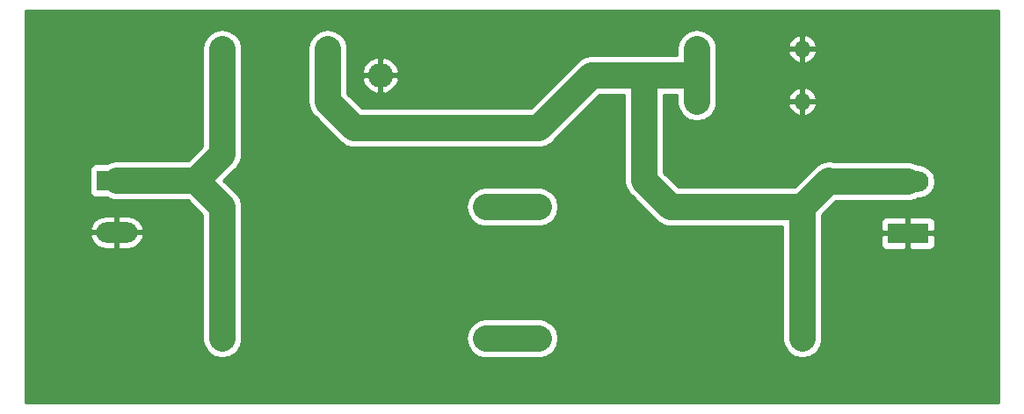
<source format=gbr>
G04 #@! TF.GenerationSoftware,KiCad,Pcbnew,(5.0.0)*
G04 #@! TF.CreationDate,2018-09-29T19:01:10+02:00*
G04 #@! TF.ProjectId,16db attenuator,3136646220617474656E7561746F722E,rev?*
G04 #@! TF.SameCoordinates,Original*
G04 #@! TF.FileFunction,Copper,L2,Bot,Signal*
G04 #@! TF.FilePolarity,Positive*
%FSLAX46Y46*%
G04 Gerber Fmt 4.6, Leading zero omitted, Abs format (unit mm)*
G04 Created by KiCad (PCBNEW (5.0.0)) date 09/29/18 19:01:10*
%MOMM*%
%LPD*%
G01*
G04 APERTURE LIST*
G04 #@! TA.AperFunction,ComponentPad*
%ADD10R,3.960000X1.980000*%
G04 #@! TD*
G04 #@! TA.AperFunction,ComponentPad*
%ADD11O,3.960000X1.980000*%
G04 #@! TD*
G04 #@! TA.AperFunction,ComponentPad*
%ADD12O,2.400000X2.400000*%
G04 #@! TD*
G04 #@! TA.AperFunction,ComponentPad*
%ADD13C,2.400000*%
G04 #@! TD*
G04 #@! TA.AperFunction,ComponentPad*
%ADD14O,1.600000X1.600000*%
G04 #@! TD*
G04 #@! TA.AperFunction,ComponentPad*
%ADD15C,1.600000*%
G04 #@! TD*
G04 #@! TA.AperFunction,Conductor*
%ADD16C,2.500000*%
G04 #@! TD*
G04 #@! TA.AperFunction,Conductor*
%ADD17C,0.254000*%
G04 #@! TD*
G04 APERTURE END LIST*
D10*
G04 #@! TO.P,J1,1*
G04 #@! TO.N,/INPUT*
X115570000Y-100330000D03*
D11*
G04 #@! TO.P,J1,2*
G04 #@! TO.N,GND*
X115570000Y-105330000D03*
G04 #@! TD*
G04 #@! TO.P,J2,2*
G04 #@! TO.N,/OUTPUT*
X191770000Y-100410000D03*
D10*
G04 #@! TO.P,J2,1*
G04 #@! TO.N,GND*
X191770000Y-105410000D03*
G04 #@! TD*
D12*
G04 #@! TO.P,R1,2*
G04 #@! TO.N,/INPUT*
X125730000Y-115570000D03*
D13*
G04 #@! TO.P,R1,1*
G04 #@! TO.N,Net-(R1-Pad1)*
X151130000Y-115570000D03*
G04 #@! TD*
G04 #@! TO.P,R2,1*
G04 #@! TO.N,/OUTPUT*
X181610000Y-115570000D03*
D12*
G04 #@! TO.P,R2,2*
G04 #@! TO.N,Net-(R1-Pad1)*
X156210000Y-115570000D03*
G04 #@! TD*
G04 #@! TO.P,R3,2*
G04 #@! TO.N,/INPUT*
X125730000Y-102870000D03*
D13*
G04 #@! TO.P,R3,1*
G04 #@! TO.N,Net-(R3-Pad1)*
X151130000Y-102870000D03*
G04 #@! TD*
G04 #@! TO.P,R4,1*
G04 #@! TO.N,/OUTPUT*
X181610000Y-102870000D03*
D12*
G04 #@! TO.P,R4,2*
G04 #@! TO.N,Net-(R3-Pad1)*
X156210000Y-102870000D03*
G04 #@! TD*
D14*
G04 #@! TO.P,R5,2*
G04 #@! TO.N,/INPUT*
X125730000Y-92710000D03*
D15*
G04 #@! TO.P,R5,1*
G04 #@! TO.N,/OUTPUT*
X135890000Y-92710000D03*
G04 #@! TD*
G04 #@! TO.P,R6,1*
G04 #@! TO.N,/OUTPUT*
X135890000Y-87630000D03*
D14*
G04 #@! TO.P,R6,2*
G04 #@! TO.N,/INPUT*
X125730000Y-87630000D03*
G04 #@! TD*
D12*
G04 #@! TO.P,R10,2*
G04 #@! TO.N,GND*
X140970000Y-90170000D03*
D13*
G04 #@! TO.P,R10,1*
G04 #@! TO.N,/OUTPUT*
X166370000Y-90170000D03*
G04 #@! TD*
D15*
G04 #@! TO.P,R11,1*
G04 #@! TO.N,/OUTPUT*
X171450000Y-92710000D03*
D14*
G04 #@! TO.P,R11,2*
G04 #@! TO.N,GND*
X181610000Y-92710000D03*
G04 #@! TD*
G04 #@! TO.P,R12,2*
G04 #@! TO.N,GND*
X181610000Y-87630000D03*
D15*
G04 #@! TO.P,R12,1*
G04 #@! TO.N,/OUTPUT*
X171450000Y-87630000D03*
G04 #@! TD*
D16*
G04 #@! TO.N,/INPUT*
X123190000Y-100330000D02*
X115570000Y-100330000D01*
X125730000Y-102870000D02*
X123190000Y-100330000D01*
X125730000Y-102870000D02*
X125730000Y-115570000D01*
X125730000Y-87630000D02*
X125730000Y-92710000D01*
X125730000Y-97790000D02*
X123190000Y-100330000D01*
X125730000Y-92710000D02*
X125730000Y-97790000D01*
G04 #@! TO.N,/OUTPUT*
X181610000Y-102870000D02*
X184150000Y-100330000D01*
X184230000Y-100410000D02*
X191770000Y-100410000D01*
X184150000Y-100330000D02*
X184230000Y-100410000D01*
X181610000Y-102870000D02*
X181610000Y-115570000D01*
X181610000Y-102870000D02*
X168910000Y-102870000D01*
X168910000Y-102870000D02*
X166370000Y-100330000D01*
X166370000Y-100330000D02*
X166370000Y-90170000D01*
X135890000Y-87630000D02*
X135890000Y-92710000D01*
X135890000Y-92710000D02*
X138430000Y-95250000D01*
X138430000Y-95250000D02*
X156210000Y-95250000D01*
X161290000Y-90170000D02*
X166370000Y-90170000D01*
X156210000Y-95250000D02*
X161290000Y-90170000D01*
X166370000Y-90170000D02*
X171450000Y-90170000D01*
X171450000Y-92710000D02*
X171450000Y-90170000D01*
X171450000Y-90170000D02*
X171450000Y-87630000D01*
G04 #@! TO.N,Net-(R1-Pad1)*
X151130000Y-115570000D02*
X156210000Y-115570000D01*
G04 #@! TO.N,Net-(R3-Pad1)*
X151130000Y-102870000D02*
X156210000Y-102870000D01*
G04 #@! TD*
D17*
G04 #@! TO.N,GND*
G36*
X200533000Y-121793000D02*
X106807000Y-121793000D01*
X106807000Y-105708865D01*
X112999782Y-105708865D01*
X113030095Y-105834528D01*
X113341149Y-106389246D01*
X113840807Y-106782703D01*
X114453000Y-106955000D01*
X115443000Y-106955000D01*
X115443000Y-105457000D01*
X115697000Y-105457000D01*
X115697000Y-106955000D01*
X116687000Y-106955000D01*
X117299193Y-106782703D01*
X117798851Y-106389246D01*
X118109905Y-105834528D01*
X118140218Y-105708865D01*
X118020740Y-105457000D01*
X115697000Y-105457000D01*
X115443000Y-105457000D01*
X113119260Y-105457000D01*
X112999782Y-105708865D01*
X106807000Y-105708865D01*
X106807000Y-104951135D01*
X112999782Y-104951135D01*
X113119260Y-105203000D01*
X115443000Y-105203000D01*
X115443000Y-103705000D01*
X115697000Y-103705000D01*
X115697000Y-105203000D01*
X118020740Y-105203000D01*
X118140218Y-104951135D01*
X118109905Y-104825472D01*
X117798851Y-104270754D01*
X117299193Y-103877297D01*
X116687000Y-103705000D01*
X115697000Y-103705000D01*
X115443000Y-103705000D01*
X114453000Y-103705000D01*
X113840807Y-103877297D01*
X113341149Y-104270754D01*
X113030095Y-104825472D01*
X112999782Y-104951135D01*
X106807000Y-104951135D01*
X106807000Y-99340000D01*
X112942560Y-99340000D01*
X112942560Y-101320000D01*
X112991843Y-101567765D01*
X113132191Y-101777809D01*
X113342235Y-101918157D01*
X113590000Y-101967440D01*
X114627693Y-101967440D01*
X114834510Y-102105631D01*
X115384345Y-102215000D01*
X122409208Y-102215000D01*
X123845000Y-103650792D01*
X123845001Y-115755655D01*
X123954370Y-116305490D01*
X124370992Y-116929009D01*
X124994511Y-117345631D01*
X125730000Y-117491929D01*
X126465490Y-117345631D01*
X127089009Y-116929009D01*
X127505631Y-116305490D01*
X127615000Y-115755655D01*
X127615000Y-115570000D01*
X149208071Y-115570000D01*
X149354369Y-116305490D01*
X149770991Y-116929009D01*
X150394510Y-117345631D01*
X150944345Y-117455000D01*
X156395655Y-117455000D01*
X156945490Y-117345631D01*
X157569009Y-116929009D01*
X157985631Y-116305490D01*
X158131929Y-115570000D01*
X157985631Y-114834510D01*
X157569009Y-114210991D01*
X156945490Y-113794369D01*
X156395655Y-113685000D01*
X150944345Y-113685000D01*
X150394510Y-113794369D01*
X149770991Y-114210991D01*
X149354369Y-114834510D01*
X149208071Y-115570000D01*
X127615000Y-115570000D01*
X127615000Y-103055649D01*
X127651927Y-102870000D01*
X149208071Y-102870000D01*
X149354369Y-103605490D01*
X149770991Y-104229009D01*
X150394510Y-104645631D01*
X150944345Y-104755000D01*
X156395655Y-104755000D01*
X156945490Y-104645631D01*
X157569009Y-104229009D01*
X157985631Y-103605490D01*
X158131929Y-102870000D01*
X157985631Y-102134510D01*
X157569009Y-101510991D01*
X156945490Y-101094369D01*
X156395655Y-100985000D01*
X150944345Y-100985000D01*
X150394510Y-101094369D01*
X149770991Y-101510991D01*
X149354369Y-102134510D01*
X149208071Y-102870000D01*
X127651927Y-102870000D01*
X127651928Y-102869999D01*
X127615000Y-102684349D01*
X127615000Y-102684345D01*
X127505631Y-102134510D01*
X127089009Y-101510991D01*
X126931618Y-101405826D01*
X125855792Y-100330000D01*
X126931617Y-99254175D01*
X127089009Y-99149009D01*
X127395698Y-98690016D01*
X127505630Y-98525492D01*
X127505630Y-98525491D01*
X127505631Y-98525490D01*
X127615000Y-97975655D01*
X127615000Y-97975651D01*
X127651928Y-97790001D01*
X127615000Y-97604351D01*
X127615000Y-92710000D01*
X133968072Y-92710000D01*
X134114370Y-93445490D01*
X134425826Y-93911618D01*
X134425828Y-93911620D01*
X134530992Y-94069009D01*
X134688381Y-94174173D01*
X136965825Y-96451617D01*
X137070991Y-96609009D01*
X137228382Y-96714174D01*
X137694508Y-97025630D01*
X137694509Y-97025630D01*
X137694510Y-97025631D01*
X138244345Y-97135000D01*
X138244349Y-97135000D01*
X138429999Y-97171928D01*
X138615649Y-97135000D01*
X156024350Y-97135000D01*
X156210000Y-97171928D01*
X156395650Y-97135000D01*
X156395655Y-97135000D01*
X156945490Y-97025631D01*
X157569009Y-96609009D01*
X157674175Y-96451617D01*
X162070793Y-92055000D01*
X164485001Y-92055000D01*
X164485000Y-100144350D01*
X164448072Y-100330000D01*
X164485000Y-100515650D01*
X164485000Y-100515654D01*
X164594369Y-101065489D01*
X165010991Y-101689009D01*
X165168382Y-101794174D01*
X167445825Y-104071617D01*
X167550991Y-104229009D01*
X168009984Y-104535698D01*
X168174508Y-104645630D01*
X168174509Y-104645630D01*
X168174510Y-104645631D01*
X168724345Y-104755000D01*
X168724349Y-104755000D01*
X168909999Y-104791928D01*
X169095649Y-104755000D01*
X179725000Y-104755000D01*
X179725001Y-115755655D01*
X179834370Y-116305490D01*
X180250992Y-116929009D01*
X180874511Y-117345631D01*
X181610000Y-117491929D01*
X182345490Y-117345631D01*
X182969009Y-116929009D01*
X183385631Y-116305490D01*
X183495000Y-115755655D01*
X183495000Y-105695750D01*
X189155000Y-105695750D01*
X189155000Y-106526309D01*
X189251673Y-106759698D01*
X189430301Y-106938327D01*
X189663690Y-107035000D01*
X191484250Y-107035000D01*
X191643000Y-106876250D01*
X191643000Y-105537000D01*
X191897000Y-105537000D01*
X191897000Y-106876250D01*
X192055750Y-107035000D01*
X193876310Y-107035000D01*
X194109699Y-106938327D01*
X194288327Y-106759698D01*
X194385000Y-106526309D01*
X194385000Y-105695750D01*
X194226250Y-105537000D01*
X191897000Y-105537000D01*
X191643000Y-105537000D01*
X189313750Y-105537000D01*
X189155000Y-105695750D01*
X183495000Y-105695750D01*
X183495000Y-104293691D01*
X189155000Y-104293691D01*
X189155000Y-105124250D01*
X189313750Y-105283000D01*
X191643000Y-105283000D01*
X191643000Y-103943750D01*
X191897000Y-103943750D01*
X191897000Y-105283000D01*
X194226250Y-105283000D01*
X194385000Y-105124250D01*
X194385000Y-104293691D01*
X194288327Y-104060302D01*
X194109699Y-103881673D01*
X193876310Y-103785000D01*
X192055750Y-103785000D01*
X191897000Y-103943750D01*
X191643000Y-103943750D01*
X191484250Y-103785000D01*
X189663690Y-103785000D01*
X189430301Y-103881673D01*
X189251673Y-104060302D01*
X189155000Y-104293691D01*
X183495000Y-104293691D01*
X183495000Y-103650792D01*
X184850792Y-102295000D01*
X191955655Y-102295000D01*
X192505490Y-102185631D01*
X192730925Y-102035000D01*
X192920045Y-102035000D01*
X193394043Y-101940716D01*
X193931559Y-101581559D01*
X194290716Y-101044043D01*
X194416835Y-100410000D01*
X194290716Y-99775957D01*
X193931559Y-99238441D01*
X193394043Y-98879284D01*
X192920045Y-98785000D01*
X192730925Y-98785000D01*
X192505490Y-98634369D01*
X191955655Y-98525000D01*
X184737837Y-98525000D01*
X184150000Y-98408072D01*
X184149999Y-98408072D01*
X183414508Y-98554370D01*
X183133936Y-98741843D01*
X182790991Y-98970991D01*
X182685826Y-99128382D01*
X180829208Y-100985000D01*
X169690792Y-100985000D01*
X168255000Y-99549208D01*
X168255000Y-92055000D01*
X169565000Y-92055000D01*
X169565000Y-92895654D01*
X169674369Y-93445489D01*
X170090991Y-94069009D01*
X170714510Y-94485631D01*
X171450000Y-94631929D01*
X172185489Y-94485631D01*
X172809009Y-94069009D01*
X173225631Y-93445490D01*
X173302500Y-93059039D01*
X180218096Y-93059039D01*
X180378959Y-93447423D01*
X180754866Y-93862389D01*
X181260959Y-94101914D01*
X181483000Y-93980629D01*
X181483000Y-92837000D01*
X181737000Y-92837000D01*
X181737000Y-93980629D01*
X181959041Y-94101914D01*
X182465134Y-93862389D01*
X182841041Y-93447423D01*
X183001904Y-93059039D01*
X182879915Y-92837000D01*
X181737000Y-92837000D01*
X181483000Y-92837000D01*
X180340085Y-92837000D01*
X180218096Y-93059039D01*
X173302500Y-93059039D01*
X173335000Y-92895655D01*
X173335000Y-92360961D01*
X180218096Y-92360961D01*
X180340085Y-92583000D01*
X181483000Y-92583000D01*
X181483000Y-91439371D01*
X181737000Y-91439371D01*
X181737000Y-92583000D01*
X182879915Y-92583000D01*
X183001904Y-92360961D01*
X182841041Y-91972577D01*
X182465134Y-91557611D01*
X181959041Y-91318086D01*
X181737000Y-91439371D01*
X181483000Y-91439371D01*
X181260959Y-91318086D01*
X180754866Y-91557611D01*
X180378959Y-91972577D01*
X180218096Y-92360961D01*
X173335000Y-92360961D01*
X173335000Y-90355654D01*
X173371929Y-90170000D01*
X173335000Y-89984345D01*
X173335000Y-87979039D01*
X180218096Y-87979039D01*
X180378959Y-88367423D01*
X180754866Y-88782389D01*
X181260959Y-89021914D01*
X181483000Y-88900629D01*
X181483000Y-87757000D01*
X181737000Y-87757000D01*
X181737000Y-88900629D01*
X181959041Y-89021914D01*
X182465134Y-88782389D01*
X182841041Y-88367423D01*
X183001904Y-87979039D01*
X182879915Y-87757000D01*
X181737000Y-87757000D01*
X181483000Y-87757000D01*
X180340085Y-87757000D01*
X180218096Y-87979039D01*
X173335000Y-87979039D01*
X173335000Y-87444345D01*
X173302501Y-87280961D01*
X180218096Y-87280961D01*
X180340085Y-87503000D01*
X181483000Y-87503000D01*
X181483000Y-86359371D01*
X181737000Y-86359371D01*
X181737000Y-87503000D01*
X182879915Y-87503000D01*
X183001904Y-87280961D01*
X182841041Y-86892577D01*
X182465134Y-86477611D01*
X181959041Y-86238086D01*
X181737000Y-86359371D01*
X181483000Y-86359371D01*
X181260959Y-86238086D01*
X180754866Y-86477611D01*
X180378959Y-86892577D01*
X180218096Y-87280961D01*
X173302501Y-87280961D01*
X173225631Y-86894510D01*
X172809009Y-86270991D01*
X172185490Y-85854369D01*
X171450000Y-85708071D01*
X170714511Y-85854369D01*
X170090992Y-86270991D01*
X169674370Y-86894510D01*
X169565001Y-87444345D01*
X169565001Y-88285000D01*
X166555655Y-88285000D01*
X166370000Y-88248071D01*
X166184346Y-88285000D01*
X161475653Y-88285000D01*
X161290000Y-88248071D01*
X161104346Y-88285000D01*
X161104345Y-88285000D01*
X160554510Y-88394369D01*
X160554508Y-88394370D01*
X160554509Y-88394370D01*
X160088381Y-88705826D01*
X160088380Y-88705827D01*
X159930991Y-88810991D01*
X159825827Y-88968380D01*
X155429208Y-93365000D01*
X139210792Y-93365000D01*
X137775000Y-91929208D01*
X137775000Y-90581805D01*
X139181805Y-90581805D01*
X139414358Y-91143258D01*
X139905224Y-91664492D01*
X140558193Y-91958203D01*
X140843000Y-91841858D01*
X140843000Y-90297000D01*
X141097000Y-90297000D01*
X141097000Y-91841858D01*
X141381807Y-91958203D01*
X142034776Y-91664492D01*
X142525642Y-91143258D01*
X142758195Y-90581805D01*
X142641432Y-90297000D01*
X141097000Y-90297000D01*
X140843000Y-90297000D01*
X139298568Y-90297000D01*
X139181805Y-90581805D01*
X137775000Y-90581805D01*
X137775000Y-89758195D01*
X139181805Y-89758195D01*
X139298568Y-90043000D01*
X140843000Y-90043000D01*
X140843000Y-88498142D01*
X141097000Y-88498142D01*
X141097000Y-90043000D01*
X142641432Y-90043000D01*
X142758195Y-89758195D01*
X142525642Y-89196742D01*
X142034776Y-88675508D01*
X141381807Y-88381797D01*
X141097000Y-88498142D01*
X140843000Y-88498142D01*
X140558193Y-88381797D01*
X139905224Y-88675508D01*
X139414358Y-89196742D01*
X139181805Y-89758195D01*
X137775000Y-89758195D01*
X137775000Y-87444345D01*
X137665631Y-86894510D01*
X137249009Y-86270991D01*
X136625489Y-85854369D01*
X135890000Y-85708071D01*
X135154510Y-85854369D01*
X134530991Y-86270991D01*
X134114369Y-86894511D01*
X134005000Y-87444346D01*
X134005001Y-92524345D01*
X133968072Y-92710000D01*
X127615000Y-92710000D01*
X127615000Y-87444345D01*
X127505631Y-86894510D01*
X127089009Y-86270991D01*
X126465489Y-85854369D01*
X125730000Y-85708071D01*
X124994510Y-85854369D01*
X124370991Y-86270991D01*
X123954369Y-86894511D01*
X123845000Y-87444346D01*
X123845001Y-92524341D01*
X123845000Y-92524346D01*
X123845001Y-97009207D01*
X122409208Y-98445000D01*
X115384345Y-98445000D01*
X114834510Y-98554369D01*
X114627693Y-98692560D01*
X113590000Y-98692560D01*
X113342235Y-98741843D01*
X113132191Y-98882191D01*
X112991843Y-99092235D01*
X112942560Y-99340000D01*
X106807000Y-99340000D01*
X106807000Y-83947000D01*
X200533000Y-83947000D01*
X200533000Y-121793000D01*
X200533000Y-121793000D01*
G37*
X200533000Y-121793000D02*
X106807000Y-121793000D01*
X106807000Y-105708865D01*
X112999782Y-105708865D01*
X113030095Y-105834528D01*
X113341149Y-106389246D01*
X113840807Y-106782703D01*
X114453000Y-106955000D01*
X115443000Y-106955000D01*
X115443000Y-105457000D01*
X115697000Y-105457000D01*
X115697000Y-106955000D01*
X116687000Y-106955000D01*
X117299193Y-106782703D01*
X117798851Y-106389246D01*
X118109905Y-105834528D01*
X118140218Y-105708865D01*
X118020740Y-105457000D01*
X115697000Y-105457000D01*
X115443000Y-105457000D01*
X113119260Y-105457000D01*
X112999782Y-105708865D01*
X106807000Y-105708865D01*
X106807000Y-104951135D01*
X112999782Y-104951135D01*
X113119260Y-105203000D01*
X115443000Y-105203000D01*
X115443000Y-103705000D01*
X115697000Y-103705000D01*
X115697000Y-105203000D01*
X118020740Y-105203000D01*
X118140218Y-104951135D01*
X118109905Y-104825472D01*
X117798851Y-104270754D01*
X117299193Y-103877297D01*
X116687000Y-103705000D01*
X115697000Y-103705000D01*
X115443000Y-103705000D01*
X114453000Y-103705000D01*
X113840807Y-103877297D01*
X113341149Y-104270754D01*
X113030095Y-104825472D01*
X112999782Y-104951135D01*
X106807000Y-104951135D01*
X106807000Y-99340000D01*
X112942560Y-99340000D01*
X112942560Y-101320000D01*
X112991843Y-101567765D01*
X113132191Y-101777809D01*
X113342235Y-101918157D01*
X113590000Y-101967440D01*
X114627693Y-101967440D01*
X114834510Y-102105631D01*
X115384345Y-102215000D01*
X122409208Y-102215000D01*
X123845000Y-103650792D01*
X123845001Y-115755655D01*
X123954370Y-116305490D01*
X124370992Y-116929009D01*
X124994511Y-117345631D01*
X125730000Y-117491929D01*
X126465490Y-117345631D01*
X127089009Y-116929009D01*
X127505631Y-116305490D01*
X127615000Y-115755655D01*
X127615000Y-115570000D01*
X149208071Y-115570000D01*
X149354369Y-116305490D01*
X149770991Y-116929009D01*
X150394510Y-117345631D01*
X150944345Y-117455000D01*
X156395655Y-117455000D01*
X156945490Y-117345631D01*
X157569009Y-116929009D01*
X157985631Y-116305490D01*
X158131929Y-115570000D01*
X157985631Y-114834510D01*
X157569009Y-114210991D01*
X156945490Y-113794369D01*
X156395655Y-113685000D01*
X150944345Y-113685000D01*
X150394510Y-113794369D01*
X149770991Y-114210991D01*
X149354369Y-114834510D01*
X149208071Y-115570000D01*
X127615000Y-115570000D01*
X127615000Y-103055649D01*
X127651927Y-102870000D01*
X149208071Y-102870000D01*
X149354369Y-103605490D01*
X149770991Y-104229009D01*
X150394510Y-104645631D01*
X150944345Y-104755000D01*
X156395655Y-104755000D01*
X156945490Y-104645631D01*
X157569009Y-104229009D01*
X157985631Y-103605490D01*
X158131929Y-102870000D01*
X157985631Y-102134510D01*
X157569009Y-101510991D01*
X156945490Y-101094369D01*
X156395655Y-100985000D01*
X150944345Y-100985000D01*
X150394510Y-101094369D01*
X149770991Y-101510991D01*
X149354369Y-102134510D01*
X149208071Y-102870000D01*
X127651927Y-102870000D01*
X127651928Y-102869999D01*
X127615000Y-102684349D01*
X127615000Y-102684345D01*
X127505631Y-102134510D01*
X127089009Y-101510991D01*
X126931618Y-101405826D01*
X125855792Y-100330000D01*
X126931617Y-99254175D01*
X127089009Y-99149009D01*
X127395698Y-98690016D01*
X127505630Y-98525492D01*
X127505630Y-98525491D01*
X127505631Y-98525490D01*
X127615000Y-97975655D01*
X127615000Y-97975651D01*
X127651928Y-97790001D01*
X127615000Y-97604351D01*
X127615000Y-92710000D01*
X133968072Y-92710000D01*
X134114370Y-93445490D01*
X134425826Y-93911618D01*
X134425828Y-93911620D01*
X134530992Y-94069009D01*
X134688381Y-94174173D01*
X136965825Y-96451617D01*
X137070991Y-96609009D01*
X137228382Y-96714174D01*
X137694508Y-97025630D01*
X137694509Y-97025630D01*
X137694510Y-97025631D01*
X138244345Y-97135000D01*
X138244349Y-97135000D01*
X138429999Y-97171928D01*
X138615649Y-97135000D01*
X156024350Y-97135000D01*
X156210000Y-97171928D01*
X156395650Y-97135000D01*
X156395655Y-97135000D01*
X156945490Y-97025631D01*
X157569009Y-96609009D01*
X157674175Y-96451617D01*
X162070793Y-92055000D01*
X164485001Y-92055000D01*
X164485000Y-100144350D01*
X164448072Y-100330000D01*
X164485000Y-100515650D01*
X164485000Y-100515654D01*
X164594369Y-101065489D01*
X165010991Y-101689009D01*
X165168382Y-101794174D01*
X167445825Y-104071617D01*
X167550991Y-104229009D01*
X168009984Y-104535698D01*
X168174508Y-104645630D01*
X168174509Y-104645630D01*
X168174510Y-104645631D01*
X168724345Y-104755000D01*
X168724349Y-104755000D01*
X168909999Y-104791928D01*
X169095649Y-104755000D01*
X179725000Y-104755000D01*
X179725001Y-115755655D01*
X179834370Y-116305490D01*
X180250992Y-116929009D01*
X180874511Y-117345631D01*
X181610000Y-117491929D01*
X182345490Y-117345631D01*
X182969009Y-116929009D01*
X183385631Y-116305490D01*
X183495000Y-115755655D01*
X183495000Y-105695750D01*
X189155000Y-105695750D01*
X189155000Y-106526309D01*
X189251673Y-106759698D01*
X189430301Y-106938327D01*
X189663690Y-107035000D01*
X191484250Y-107035000D01*
X191643000Y-106876250D01*
X191643000Y-105537000D01*
X191897000Y-105537000D01*
X191897000Y-106876250D01*
X192055750Y-107035000D01*
X193876310Y-107035000D01*
X194109699Y-106938327D01*
X194288327Y-106759698D01*
X194385000Y-106526309D01*
X194385000Y-105695750D01*
X194226250Y-105537000D01*
X191897000Y-105537000D01*
X191643000Y-105537000D01*
X189313750Y-105537000D01*
X189155000Y-105695750D01*
X183495000Y-105695750D01*
X183495000Y-104293691D01*
X189155000Y-104293691D01*
X189155000Y-105124250D01*
X189313750Y-105283000D01*
X191643000Y-105283000D01*
X191643000Y-103943750D01*
X191897000Y-103943750D01*
X191897000Y-105283000D01*
X194226250Y-105283000D01*
X194385000Y-105124250D01*
X194385000Y-104293691D01*
X194288327Y-104060302D01*
X194109699Y-103881673D01*
X193876310Y-103785000D01*
X192055750Y-103785000D01*
X191897000Y-103943750D01*
X191643000Y-103943750D01*
X191484250Y-103785000D01*
X189663690Y-103785000D01*
X189430301Y-103881673D01*
X189251673Y-104060302D01*
X189155000Y-104293691D01*
X183495000Y-104293691D01*
X183495000Y-103650792D01*
X184850792Y-102295000D01*
X191955655Y-102295000D01*
X192505490Y-102185631D01*
X192730925Y-102035000D01*
X192920045Y-102035000D01*
X193394043Y-101940716D01*
X193931559Y-101581559D01*
X194290716Y-101044043D01*
X194416835Y-100410000D01*
X194290716Y-99775957D01*
X193931559Y-99238441D01*
X193394043Y-98879284D01*
X192920045Y-98785000D01*
X192730925Y-98785000D01*
X192505490Y-98634369D01*
X191955655Y-98525000D01*
X184737837Y-98525000D01*
X184150000Y-98408072D01*
X184149999Y-98408072D01*
X183414508Y-98554370D01*
X183133936Y-98741843D01*
X182790991Y-98970991D01*
X182685826Y-99128382D01*
X180829208Y-100985000D01*
X169690792Y-100985000D01*
X168255000Y-99549208D01*
X168255000Y-92055000D01*
X169565000Y-92055000D01*
X169565000Y-92895654D01*
X169674369Y-93445489D01*
X170090991Y-94069009D01*
X170714510Y-94485631D01*
X171450000Y-94631929D01*
X172185489Y-94485631D01*
X172809009Y-94069009D01*
X173225631Y-93445490D01*
X173302500Y-93059039D01*
X180218096Y-93059039D01*
X180378959Y-93447423D01*
X180754866Y-93862389D01*
X181260959Y-94101914D01*
X181483000Y-93980629D01*
X181483000Y-92837000D01*
X181737000Y-92837000D01*
X181737000Y-93980629D01*
X181959041Y-94101914D01*
X182465134Y-93862389D01*
X182841041Y-93447423D01*
X183001904Y-93059039D01*
X182879915Y-92837000D01*
X181737000Y-92837000D01*
X181483000Y-92837000D01*
X180340085Y-92837000D01*
X180218096Y-93059039D01*
X173302500Y-93059039D01*
X173335000Y-92895655D01*
X173335000Y-92360961D01*
X180218096Y-92360961D01*
X180340085Y-92583000D01*
X181483000Y-92583000D01*
X181483000Y-91439371D01*
X181737000Y-91439371D01*
X181737000Y-92583000D01*
X182879915Y-92583000D01*
X183001904Y-92360961D01*
X182841041Y-91972577D01*
X182465134Y-91557611D01*
X181959041Y-91318086D01*
X181737000Y-91439371D01*
X181483000Y-91439371D01*
X181260959Y-91318086D01*
X180754866Y-91557611D01*
X180378959Y-91972577D01*
X180218096Y-92360961D01*
X173335000Y-92360961D01*
X173335000Y-90355654D01*
X173371929Y-90170000D01*
X173335000Y-89984345D01*
X173335000Y-87979039D01*
X180218096Y-87979039D01*
X180378959Y-88367423D01*
X180754866Y-88782389D01*
X181260959Y-89021914D01*
X181483000Y-88900629D01*
X181483000Y-87757000D01*
X181737000Y-87757000D01*
X181737000Y-88900629D01*
X181959041Y-89021914D01*
X182465134Y-88782389D01*
X182841041Y-88367423D01*
X183001904Y-87979039D01*
X182879915Y-87757000D01*
X181737000Y-87757000D01*
X181483000Y-87757000D01*
X180340085Y-87757000D01*
X180218096Y-87979039D01*
X173335000Y-87979039D01*
X173335000Y-87444345D01*
X173302501Y-87280961D01*
X180218096Y-87280961D01*
X180340085Y-87503000D01*
X181483000Y-87503000D01*
X181483000Y-86359371D01*
X181737000Y-86359371D01*
X181737000Y-87503000D01*
X182879915Y-87503000D01*
X183001904Y-87280961D01*
X182841041Y-86892577D01*
X182465134Y-86477611D01*
X181959041Y-86238086D01*
X181737000Y-86359371D01*
X181483000Y-86359371D01*
X181260959Y-86238086D01*
X180754866Y-86477611D01*
X180378959Y-86892577D01*
X180218096Y-87280961D01*
X173302501Y-87280961D01*
X173225631Y-86894510D01*
X172809009Y-86270991D01*
X172185490Y-85854369D01*
X171450000Y-85708071D01*
X170714511Y-85854369D01*
X170090992Y-86270991D01*
X169674370Y-86894510D01*
X169565001Y-87444345D01*
X169565001Y-88285000D01*
X166555655Y-88285000D01*
X166370000Y-88248071D01*
X166184346Y-88285000D01*
X161475653Y-88285000D01*
X161290000Y-88248071D01*
X161104346Y-88285000D01*
X161104345Y-88285000D01*
X160554510Y-88394369D01*
X160554508Y-88394370D01*
X160554509Y-88394370D01*
X160088381Y-88705826D01*
X160088380Y-88705827D01*
X159930991Y-88810991D01*
X159825827Y-88968380D01*
X155429208Y-93365000D01*
X139210792Y-93365000D01*
X137775000Y-91929208D01*
X137775000Y-90581805D01*
X139181805Y-90581805D01*
X139414358Y-91143258D01*
X139905224Y-91664492D01*
X140558193Y-91958203D01*
X140843000Y-91841858D01*
X140843000Y-90297000D01*
X141097000Y-90297000D01*
X141097000Y-91841858D01*
X141381807Y-91958203D01*
X142034776Y-91664492D01*
X142525642Y-91143258D01*
X142758195Y-90581805D01*
X142641432Y-90297000D01*
X141097000Y-90297000D01*
X140843000Y-90297000D01*
X139298568Y-90297000D01*
X139181805Y-90581805D01*
X137775000Y-90581805D01*
X137775000Y-89758195D01*
X139181805Y-89758195D01*
X139298568Y-90043000D01*
X140843000Y-90043000D01*
X140843000Y-88498142D01*
X141097000Y-88498142D01*
X141097000Y-90043000D01*
X142641432Y-90043000D01*
X142758195Y-89758195D01*
X142525642Y-89196742D01*
X142034776Y-88675508D01*
X141381807Y-88381797D01*
X141097000Y-88498142D01*
X140843000Y-88498142D01*
X140558193Y-88381797D01*
X139905224Y-88675508D01*
X139414358Y-89196742D01*
X139181805Y-89758195D01*
X137775000Y-89758195D01*
X137775000Y-87444345D01*
X137665631Y-86894510D01*
X137249009Y-86270991D01*
X136625489Y-85854369D01*
X135890000Y-85708071D01*
X135154510Y-85854369D01*
X134530991Y-86270991D01*
X134114369Y-86894511D01*
X134005000Y-87444346D01*
X134005001Y-92524345D01*
X133968072Y-92710000D01*
X127615000Y-92710000D01*
X127615000Y-87444345D01*
X127505631Y-86894510D01*
X127089009Y-86270991D01*
X126465489Y-85854369D01*
X125730000Y-85708071D01*
X124994510Y-85854369D01*
X124370991Y-86270991D01*
X123954369Y-86894511D01*
X123845000Y-87444346D01*
X123845001Y-92524341D01*
X123845000Y-92524346D01*
X123845001Y-97009207D01*
X122409208Y-98445000D01*
X115384345Y-98445000D01*
X114834510Y-98554369D01*
X114627693Y-98692560D01*
X113590000Y-98692560D01*
X113342235Y-98741843D01*
X113132191Y-98882191D01*
X112991843Y-99092235D01*
X112942560Y-99340000D01*
X106807000Y-99340000D01*
X106807000Y-83947000D01*
X200533000Y-83947000D01*
X200533000Y-121793000D01*
G04 #@! TD*
M02*

</source>
